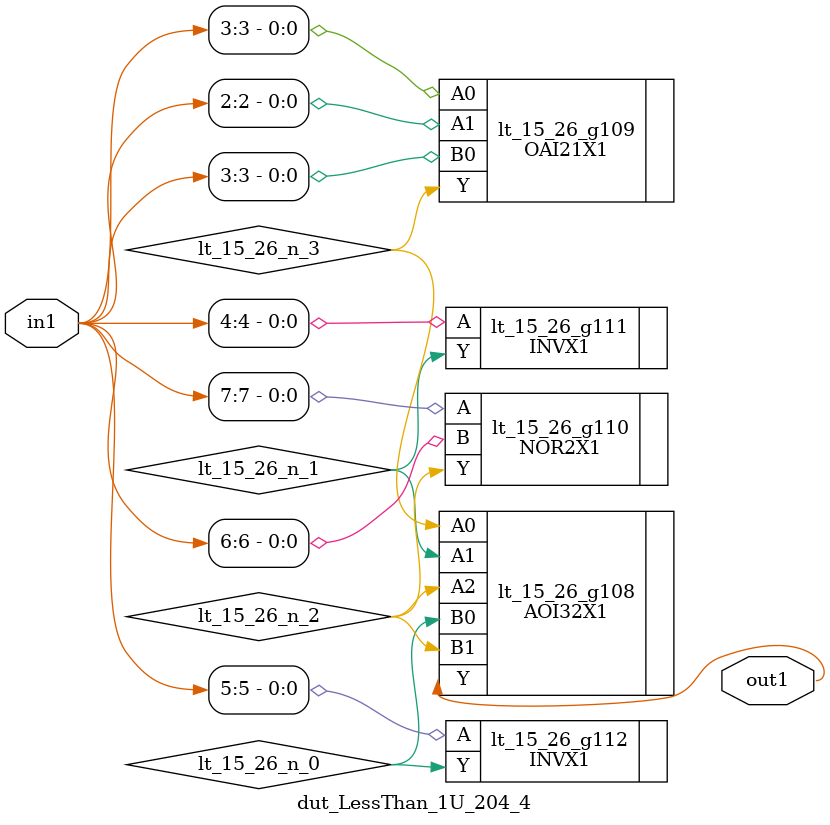
<source format=v>
`timescale 1ps / 1ps


module dut_LessThan_1U_204_4(in1, out1);
  input [7:0] in1;
  output out1;
  wire [7:0] in1;
  wire out1;
  wire lt_15_26_n_0, lt_15_26_n_1, lt_15_26_n_2, lt_15_26_n_3;
  AOI32X1 lt_15_26_g108(.A0 (lt_15_26_n_3), .A1 (lt_15_26_n_1), .A2
       (lt_15_26_n_2), .B0 (lt_15_26_n_0), .B1 (lt_15_26_n_2), .Y
       (out1));
  OAI21X1 lt_15_26_g109(.A0 (in1[3]), .A1 (in1[2]), .B0 (in1[3]), .Y
       (lt_15_26_n_3));
  NOR2X1 lt_15_26_g110(.A (in1[7]), .B (in1[6]), .Y (lt_15_26_n_2));
  INVX1 lt_15_26_g111(.A (in1[4]), .Y (lt_15_26_n_1));
  INVX1 lt_15_26_g112(.A (in1[5]), .Y (lt_15_26_n_0));
endmodule



</source>
